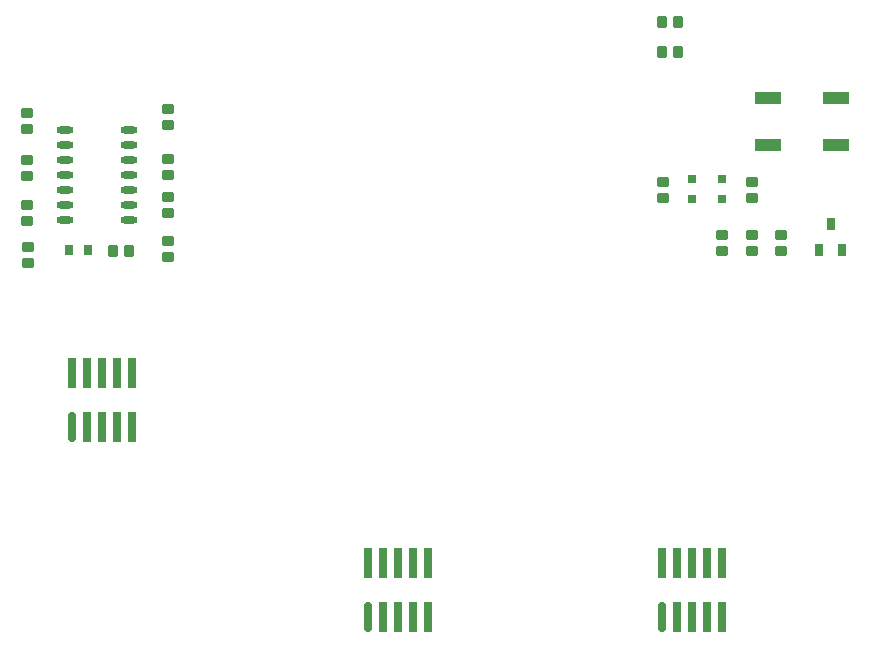
<source format=gtp>
G04*
G04 #@! TF.GenerationSoftware,Altium Limited,Altium Designer,20.2.6 (244)*
G04*
G04 Layer_Color=8421504*
%FSLAX44Y44*%
%MOMM*%
G71*
G04*
G04 #@! TF.SameCoordinates,206DDC9A-6AB5-4D35-AA82-BAB3787187E7*
G04*
G04*
G04 #@! TF.FilePolarity,Positive*
G04*
G01*
G75*
G04:AMPARAMS|DCode=18|XSize=2.54mm|YSize=0.635mm|CornerRadius=0.1588mm|HoleSize=0mm|Usage=FLASHONLY|Rotation=90.000|XOffset=0mm|YOffset=0mm|HoleType=Round|Shape=RoundedRectangle|*
%AMROUNDEDRECTD18*
21,1,2.5400,0.3175,0,0,90.0*
21,1,2.2225,0.6350,0,0,90.0*
1,1,0.3175,0.1588,1.1113*
1,1,0.3175,0.1588,-1.1113*
1,1,0.3175,-0.1588,-1.1113*
1,1,0.3175,-0.1588,1.1113*
%
%ADD18ROUNDEDRECTD18*%
%ADD19R,0.6350X2.5400*%
%ADD20R,0.6500X1.0600*%
%ADD21O,1.4500X0.6000*%
%ADD22R,2.2500X1.0500*%
G04:AMPARAMS|DCode=23|XSize=0.95mm|YSize=0.8mm|CornerRadius=0.1mm|HoleSize=0mm|Usage=FLASHONLY|Rotation=0.000|XOffset=0mm|YOffset=0mm|HoleType=Round|Shape=RoundedRectangle|*
%AMROUNDEDRECTD23*
21,1,0.9500,0.6000,0,0,0.0*
21,1,0.7500,0.8000,0,0,0.0*
1,1,0.2000,0.3750,-0.3000*
1,1,0.2000,-0.3750,-0.3000*
1,1,0.2000,-0.3750,0.3000*
1,1,0.2000,0.3750,0.3000*
%
%ADD23ROUNDEDRECTD23*%
G04:AMPARAMS|DCode=24|XSize=0.95mm|YSize=0.8mm|CornerRadius=0.08mm|HoleSize=0mm|Usage=FLASHONLY|Rotation=0.000|XOffset=0mm|YOffset=0mm|HoleType=Round|Shape=RoundedRectangle|*
%AMROUNDEDRECTD24*
21,1,0.9500,0.6400,0,0,0.0*
21,1,0.7900,0.8000,0,0,0.0*
1,1,0.1600,0.3950,-0.3200*
1,1,0.1600,-0.3950,-0.3200*
1,1,0.1600,-0.3950,0.3200*
1,1,0.1600,0.3950,0.3200*
%
%ADD24ROUNDEDRECTD24*%
G04:AMPARAMS|DCode=25|XSize=0.95mm|YSize=0.8mm|CornerRadius=0.1mm|HoleSize=0mm|Usage=FLASHONLY|Rotation=90.000|XOffset=0mm|YOffset=0mm|HoleType=Round|Shape=RoundedRectangle|*
%AMROUNDEDRECTD25*
21,1,0.9500,0.6000,0,0,90.0*
21,1,0.7500,0.8000,0,0,90.0*
1,1,0.2000,0.3000,0.3750*
1,1,0.2000,0.3000,-0.3750*
1,1,0.2000,-0.3000,-0.3750*
1,1,0.2000,-0.3000,0.3750*
%
%ADD25ROUNDEDRECTD25*%
G04:AMPARAMS|DCode=26|XSize=0.95mm|YSize=0.8mm|CornerRadius=0.08mm|HoleSize=0mm|Usage=FLASHONLY|Rotation=90.000|XOffset=0mm|YOffset=0mm|HoleType=Round|Shape=RoundedRectangle|*
%AMROUNDEDRECTD26*
21,1,0.9500,0.6400,0,0,90.0*
21,1,0.7900,0.8000,0,0,90.0*
1,1,0.1600,0.3200,0.3950*
1,1,0.1600,0.3200,-0.3950*
1,1,0.1600,-0.3200,-0.3950*
1,1,0.1600,-0.3200,0.3950*
%
%ADD26ROUNDEDRECTD26*%
%ADD27R,0.8000X0.9000*%
%ADD28R,0.7000X0.7000*%
D18*
X345200Y54280D02*
D03*
X594000D02*
D03*
X94600Y215140D02*
D03*
D19*
X345200Y100000D02*
D03*
X357900Y54280D02*
D03*
Y100000D02*
D03*
X370600Y54280D02*
D03*
Y100000D02*
D03*
X383300Y54280D02*
D03*
Y100000D02*
D03*
X396000Y54280D02*
D03*
Y100000D02*
D03*
X594000D02*
D03*
X606700Y54280D02*
D03*
Y100000D02*
D03*
X619400Y54280D02*
D03*
Y100000D02*
D03*
X632100Y54280D02*
D03*
Y100000D02*
D03*
X644800Y54280D02*
D03*
Y100000D02*
D03*
X94600Y260860D02*
D03*
X107300Y215140D02*
D03*
Y260860D02*
D03*
X120000Y215140D02*
D03*
Y260860D02*
D03*
X132700Y215140D02*
D03*
Y260860D02*
D03*
X145400Y215140D02*
D03*
Y260860D02*
D03*
D20*
X737000Y387750D02*
D03*
X746500Y365750D02*
D03*
X727500D02*
D03*
D21*
X88750Y467100D02*
D03*
Y454400D02*
D03*
Y441700D02*
D03*
Y429000D02*
D03*
Y416300D02*
D03*
Y403600D02*
D03*
Y390900D02*
D03*
X143250Y467100D02*
D03*
Y454400D02*
D03*
Y441700D02*
D03*
Y429000D02*
D03*
Y416300D02*
D03*
Y403600D02*
D03*
Y390900D02*
D03*
D22*
X684250Y493750D02*
D03*
Y454250D02*
D03*
X741750D02*
D03*
Y493750D02*
D03*
D23*
X670000Y377750D02*
D03*
X645000Y377750D02*
D03*
X57000Y390250D02*
D03*
X595478Y409250D02*
D03*
X670000Y409250D02*
D03*
X176280Y410350D02*
D03*
X695000Y377750D02*
D03*
X57151Y354250D02*
D03*
X176280Y442750D02*
D03*
X57000Y481500D02*
D03*
X176280Y359250D02*
D03*
X176000Y471250D02*
D03*
X57000Y428250D02*
D03*
D24*
X670000Y364250D02*
D03*
X645000Y364250D02*
D03*
X57000Y403750D02*
D03*
X595478Y422750D02*
D03*
X670000Y422750D02*
D03*
X176280Y396850D02*
D03*
X695000Y364250D02*
D03*
X57151Y367750D02*
D03*
X176280Y429250D02*
D03*
X57000Y468000D02*
D03*
X176280Y372750D02*
D03*
X176000Y484750D02*
D03*
X57000Y441750D02*
D03*
D25*
X594217Y533280D02*
D03*
Y558680D02*
D03*
X129250Y364250D02*
D03*
D26*
X607716Y533280D02*
D03*
Y558680D02*
D03*
X142750Y364250D02*
D03*
D27*
X92000Y365000D02*
D03*
X108000D02*
D03*
D28*
X620000Y425250D02*
D03*
Y408750D02*
D03*
X644600Y425250D02*
D03*
Y408750D02*
D03*
M02*

</source>
